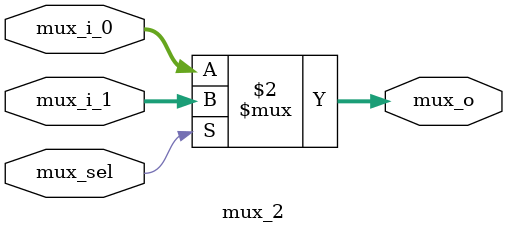
<source format=sv>
module mux_2 (
  // input
  input logic  [31:0] mux_i_0,
  input logic  [31:0] mux_i_1,
  input logic 	      mux_sel,

  // output
  output logic [31:0] mux_o
);

	always_comb begin
		mux_o  = mux_sel? mux_i_1 : mux_i_0 ;	
	end
	
endmodule 

</source>
